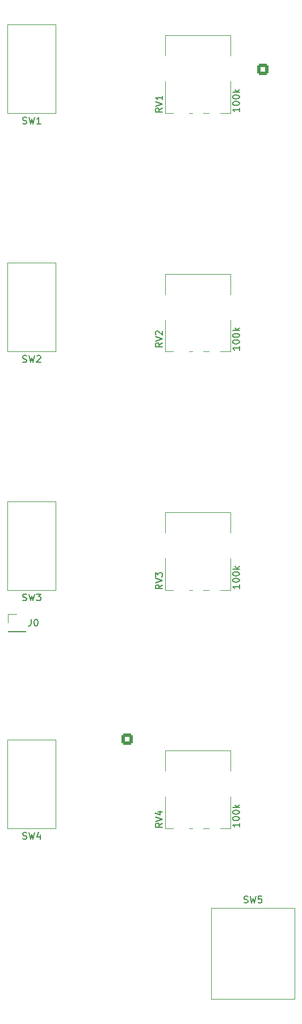
<source format=gto>
%TF.GenerationSoftware,KiCad,Pcbnew,8.0.5*%
%TF.CreationDate,2024-12-03T21:36:34+01:00*%
%TF.ProjectId,DMH_Mixer_PCB,444d485f-4d69-4786-9572-5f5043422e6b,1*%
%TF.SameCoordinates,Original*%
%TF.FileFunction,Legend,Top*%
%TF.FilePolarity,Positive*%
%FSLAX46Y46*%
G04 Gerber Fmt 4.6, Leading zero omitted, Abs format (unit mm)*
G04 Created by KiCad (PCBNEW 8.0.5) date 2024-12-03 21:36:34*
%MOMM*%
%LPD*%
G01*
G04 APERTURE LIST*
G04 Aperture macros list*
%AMRoundRect*
0 Rectangle with rounded corners*
0 $1 Rounding radius*
0 $2 $3 $4 $5 $6 $7 $8 $9 X,Y pos of 4 corners*
0 Add a 4 corners polygon primitive as box body*
4,1,4,$2,$3,$4,$5,$6,$7,$8,$9,$2,$3,0*
0 Add four circle primitives for the rounded corners*
1,1,$1+$1,$2,$3*
1,1,$1+$1,$4,$5*
1,1,$1+$1,$6,$7*
1,1,$1+$1,$8,$9*
0 Add four rect primitives between the rounded corners*
20,1,$1+$1,$2,$3,$4,$5,0*
20,1,$1+$1,$4,$5,$6,$7,0*
20,1,$1+$1,$6,$7,$8,$9,0*
20,1,$1+$1,$8,$9,$2,$3,0*%
G04 Aperture macros list end*
%ADD10C,0.150000*%
%ADD11C,0.120000*%
%ADD12O,2.720000X3.240000*%
%ADD13R,1.800000X1.800000*%
%ADD14C,1.800000*%
%ADD15C,2.500000*%
%ADD16C,2.600000*%
%ADD17R,1.700000X1.700000*%
%ADD18R,1.600000X1.600000*%
%ADD19O,1.600000X1.600000*%
%ADD20RoundRect,0.250000X0.600000X0.600000X-0.600000X0.600000X-0.600000X-0.600000X0.600000X-0.600000X0*%
%ADD21C,1.700000*%
%ADD22R,2.200000X2.200000*%
%ADD23O,2.200000X2.200000*%
%ADD24C,1.600000*%
%ADD25RoundRect,0.250000X-0.600000X-0.600000X0.600000X-0.600000X0.600000X0.600000X-0.600000X0.600000X0*%
%ADD26O,1.700000X1.700000*%
G04 APERTURE END LIST*
D10*
X77954819Y-170845238D02*
X77478628Y-171178571D01*
X77954819Y-171416666D02*
X76954819Y-171416666D01*
X76954819Y-171416666D02*
X76954819Y-171035714D01*
X76954819Y-171035714D02*
X77002438Y-170940476D01*
X77002438Y-170940476D02*
X77050057Y-170892857D01*
X77050057Y-170892857D02*
X77145295Y-170845238D01*
X77145295Y-170845238D02*
X77288152Y-170845238D01*
X77288152Y-170845238D02*
X77383390Y-170892857D01*
X77383390Y-170892857D02*
X77431009Y-170940476D01*
X77431009Y-170940476D02*
X77478628Y-171035714D01*
X77478628Y-171035714D02*
X77478628Y-171416666D01*
X76954819Y-170559523D02*
X77954819Y-170226190D01*
X77954819Y-170226190D02*
X76954819Y-169892857D01*
X77288152Y-169130952D02*
X77954819Y-169130952D01*
X76907200Y-169369047D02*
X77621485Y-169607142D01*
X77621485Y-169607142D02*
X77621485Y-168988095D01*
X89454819Y-170821428D02*
X89454819Y-171392856D01*
X89454819Y-171107142D02*
X88454819Y-171107142D01*
X88454819Y-171107142D02*
X88597676Y-171202380D01*
X88597676Y-171202380D02*
X88692914Y-171297618D01*
X88692914Y-171297618D02*
X88740533Y-171392856D01*
X88454819Y-170202380D02*
X88454819Y-170107142D01*
X88454819Y-170107142D02*
X88502438Y-170011904D01*
X88502438Y-170011904D02*
X88550057Y-169964285D01*
X88550057Y-169964285D02*
X88645295Y-169916666D01*
X88645295Y-169916666D02*
X88835771Y-169869047D01*
X88835771Y-169869047D02*
X89073866Y-169869047D01*
X89073866Y-169869047D02*
X89264342Y-169916666D01*
X89264342Y-169916666D02*
X89359580Y-169964285D01*
X89359580Y-169964285D02*
X89407200Y-170011904D01*
X89407200Y-170011904D02*
X89454819Y-170107142D01*
X89454819Y-170107142D02*
X89454819Y-170202380D01*
X89454819Y-170202380D02*
X89407200Y-170297618D01*
X89407200Y-170297618D02*
X89359580Y-170345237D01*
X89359580Y-170345237D02*
X89264342Y-170392856D01*
X89264342Y-170392856D02*
X89073866Y-170440475D01*
X89073866Y-170440475D02*
X88835771Y-170440475D01*
X88835771Y-170440475D02*
X88645295Y-170392856D01*
X88645295Y-170392856D02*
X88550057Y-170345237D01*
X88550057Y-170345237D02*
X88502438Y-170297618D01*
X88502438Y-170297618D02*
X88454819Y-170202380D01*
X88454819Y-169249999D02*
X88454819Y-169154761D01*
X88454819Y-169154761D02*
X88502438Y-169059523D01*
X88502438Y-169059523D02*
X88550057Y-169011904D01*
X88550057Y-169011904D02*
X88645295Y-168964285D01*
X88645295Y-168964285D02*
X88835771Y-168916666D01*
X88835771Y-168916666D02*
X89073866Y-168916666D01*
X89073866Y-168916666D02*
X89264342Y-168964285D01*
X89264342Y-168964285D02*
X89359580Y-169011904D01*
X89359580Y-169011904D02*
X89407200Y-169059523D01*
X89407200Y-169059523D02*
X89454819Y-169154761D01*
X89454819Y-169154761D02*
X89454819Y-169249999D01*
X89454819Y-169249999D02*
X89407200Y-169345237D01*
X89407200Y-169345237D02*
X89359580Y-169392856D01*
X89359580Y-169392856D02*
X89264342Y-169440475D01*
X89264342Y-169440475D02*
X89073866Y-169488094D01*
X89073866Y-169488094D02*
X88835771Y-169488094D01*
X88835771Y-169488094D02*
X88645295Y-169440475D01*
X88645295Y-169440475D02*
X88550057Y-169392856D01*
X88550057Y-169392856D02*
X88502438Y-169345237D01*
X88502438Y-169345237D02*
X88454819Y-169249999D01*
X89454819Y-168488094D02*
X88454819Y-168488094D01*
X89073866Y-168392856D02*
X89454819Y-168107142D01*
X88788152Y-168107142D02*
X89169104Y-168488094D01*
X57166667Y-102157200D02*
X57309524Y-102204819D01*
X57309524Y-102204819D02*
X57547619Y-102204819D01*
X57547619Y-102204819D02*
X57642857Y-102157200D01*
X57642857Y-102157200D02*
X57690476Y-102109580D01*
X57690476Y-102109580D02*
X57738095Y-102014342D01*
X57738095Y-102014342D02*
X57738095Y-101919104D01*
X57738095Y-101919104D02*
X57690476Y-101823866D01*
X57690476Y-101823866D02*
X57642857Y-101776247D01*
X57642857Y-101776247D02*
X57547619Y-101728628D01*
X57547619Y-101728628D02*
X57357143Y-101681009D01*
X57357143Y-101681009D02*
X57261905Y-101633390D01*
X57261905Y-101633390D02*
X57214286Y-101585771D01*
X57214286Y-101585771D02*
X57166667Y-101490533D01*
X57166667Y-101490533D02*
X57166667Y-101395295D01*
X57166667Y-101395295D02*
X57214286Y-101300057D01*
X57214286Y-101300057D02*
X57261905Y-101252438D01*
X57261905Y-101252438D02*
X57357143Y-101204819D01*
X57357143Y-101204819D02*
X57595238Y-101204819D01*
X57595238Y-101204819D02*
X57738095Y-101252438D01*
X58071429Y-101204819D02*
X58309524Y-102204819D01*
X58309524Y-102204819D02*
X58500000Y-101490533D01*
X58500000Y-101490533D02*
X58690476Y-102204819D01*
X58690476Y-102204819D02*
X58928572Y-101204819D01*
X59261905Y-101300057D02*
X59309524Y-101252438D01*
X59309524Y-101252438D02*
X59404762Y-101204819D01*
X59404762Y-101204819D02*
X59642857Y-101204819D01*
X59642857Y-101204819D02*
X59738095Y-101252438D01*
X59738095Y-101252438D02*
X59785714Y-101300057D01*
X59785714Y-101300057D02*
X59833333Y-101395295D01*
X59833333Y-101395295D02*
X59833333Y-101490533D01*
X59833333Y-101490533D02*
X59785714Y-101633390D01*
X59785714Y-101633390D02*
X59214286Y-102204819D01*
X59214286Y-102204819D02*
X59833333Y-102204819D01*
X57166667Y-137657200D02*
X57309524Y-137704819D01*
X57309524Y-137704819D02*
X57547619Y-137704819D01*
X57547619Y-137704819D02*
X57642857Y-137657200D01*
X57642857Y-137657200D02*
X57690476Y-137609580D01*
X57690476Y-137609580D02*
X57738095Y-137514342D01*
X57738095Y-137514342D02*
X57738095Y-137419104D01*
X57738095Y-137419104D02*
X57690476Y-137323866D01*
X57690476Y-137323866D02*
X57642857Y-137276247D01*
X57642857Y-137276247D02*
X57547619Y-137228628D01*
X57547619Y-137228628D02*
X57357143Y-137181009D01*
X57357143Y-137181009D02*
X57261905Y-137133390D01*
X57261905Y-137133390D02*
X57214286Y-137085771D01*
X57214286Y-137085771D02*
X57166667Y-136990533D01*
X57166667Y-136990533D02*
X57166667Y-136895295D01*
X57166667Y-136895295D02*
X57214286Y-136800057D01*
X57214286Y-136800057D02*
X57261905Y-136752438D01*
X57261905Y-136752438D02*
X57357143Y-136704819D01*
X57357143Y-136704819D02*
X57595238Y-136704819D01*
X57595238Y-136704819D02*
X57738095Y-136752438D01*
X58071429Y-136704819D02*
X58309524Y-137704819D01*
X58309524Y-137704819D02*
X58500000Y-136990533D01*
X58500000Y-136990533D02*
X58690476Y-137704819D01*
X58690476Y-137704819D02*
X58928572Y-136704819D01*
X59214286Y-136704819D02*
X59833333Y-136704819D01*
X59833333Y-136704819D02*
X59500000Y-137085771D01*
X59500000Y-137085771D02*
X59642857Y-137085771D01*
X59642857Y-137085771D02*
X59738095Y-137133390D01*
X59738095Y-137133390D02*
X59785714Y-137181009D01*
X59785714Y-137181009D02*
X59833333Y-137276247D01*
X59833333Y-137276247D02*
X59833333Y-137514342D01*
X59833333Y-137514342D02*
X59785714Y-137609580D01*
X59785714Y-137609580D02*
X59738095Y-137657200D01*
X59738095Y-137657200D02*
X59642857Y-137704819D01*
X59642857Y-137704819D02*
X59357143Y-137704819D01*
X59357143Y-137704819D02*
X59261905Y-137657200D01*
X59261905Y-137657200D02*
X59214286Y-137609580D01*
X57166667Y-66657200D02*
X57309524Y-66704819D01*
X57309524Y-66704819D02*
X57547619Y-66704819D01*
X57547619Y-66704819D02*
X57642857Y-66657200D01*
X57642857Y-66657200D02*
X57690476Y-66609580D01*
X57690476Y-66609580D02*
X57738095Y-66514342D01*
X57738095Y-66514342D02*
X57738095Y-66419104D01*
X57738095Y-66419104D02*
X57690476Y-66323866D01*
X57690476Y-66323866D02*
X57642857Y-66276247D01*
X57642857Y-66276247D02*
X57547619Y-66228628D01*
X57547619Y-66228628D02*
X57357143Y-66181009D01*
X57357143Y-66181009D02*
X57261905Y-66133390D01*
X57261905Y-66133390D02*
X57214286Y-66085771D01*
X57214286Y-66085771D02*
X57166667Y-65990533D01*
X57166667Y-65990533D02*
X57166667Y-65895295D01*
X57166667Y-65895295D02*
X57214286Y-65800057D01*
X57214286Y-65800057D02*
X57261905Y-65752438D01*
X57261905Y-65752438D02*
X57357143Y-65704819D01*
X57357143Y-65704819D02*
X57595238Y-65704819D01*
X57595238Y-65704819D02*
X57738095Y-65752438D01*
X58071429Y-65704819D02*
X58309524Y-66704819D01*
X58309524Y-66704819D02*
X58500000Y-65990533D01*
X58500000Y-65990533D02*
X58690476Y-66704819D01*
X58690476Y-66704819D02*
X58928572Y-65704819D01*
X59833333Y-66704819D02*
X59261905Y-66704819D01*
X59547619Y-66704819D02*
X59547619Y-65704819D01*
X59547619Y-65704819D02*
X59452381Y-65847676D01*
X59452381Y-65847676D02*
X59357143Y-65942914D01*
X59357143Y-65942914D02*
X59261905Y-65990533D01*
X57166667Y-173157200D02*
X57309524Y-173204819D01*
X57309524Y-173204819D02*
X57547619Y-173204819D01*
X57547619Y-173204819D02*
X57642857Y-173157200D01*
X57642857Y-173157200D02*
X57690476Y-173109580D01*
X57690476Y-173109580D02*
X57738095Y-173014342D01*
X57738095Y-173014342D02*
X57738095Y-172919104D01*
X57738095Y-172919104D02*
X57690476Y-172823866D01*
X57690476Y-172823866D02*
X57642857Y-172776247D01*
X57642857Y-172776247D02*
X57547619Y-172728628D01*
X57547619Y-172728628D02*
X57357143Y-172681009D01*
X57357143Y-172681009D02*
X57261905Y-172633390D01*
X57261905Y-172633390D02*
X57214286Y-172585771D01*
X57214286Y-172585771D02*
X57166667Y-172490533D01*
X57166667Y-172490533D02*
X57166667Y-172395295D01*
X57166667Y-172395295D02*
X57214286Y-172300057D01*
X57214286Y-172300057D02*
X57261905Y-172252438D01*
X57261905Y-172252438D02*
X57357143Y-172204819D01*
X57357143Y-172204819D02*
X57595238Y-172204819D01*
X57595238Y-172204819D02*
X57738095Y-172252438D01*
X58071429Y-172204819D02*
X58309524Y-173204819D01*
X58309524Y-173204819D02*
X58500000Y-172490533D01*
X58500000Y-172490533D02*
X58690476Y-173204819D01*
X58690476Y-173204819D02*
X58928572Y-172204819D01*
X59738095Y-172538152D02*
X59738095Y-173204819D01*
X59500000Y-172157200D02*
X59261905Y-172871485D01*
X59261905Y-172871485D02*
X59880952Y-172871485D01*
X90166667Y-182657200D02*
X90309524Y-182704819D01*
X90309524Y-182704819D02*
X90547619Y-182704819D01*
X90547619Y-182704819D02*
X90642857Y-182657200D01*
X90642857Y-182657200D02*
X90690476Y-182609580D01*
X90690476Y-182609580D02*
X90738095Y-182514342D01*
X90738095Y-182514342D02*
X90738095Y-182419104D01*
X90738095Y-182419104D02*
X90690476Y-182323866D01*
X90690476Y-182323866D02*
X90642857Y-182276247D01*
X90642857Y-182276247D02*
X90547619Y-182228628D01*
X90547619Y-182228628D02*
X90357143Y-182181009D01*
X90357143Y-182181009D02*
X90261905Y-182133390D01*
X90261905Y-182133390D02*
X90214286Y-182085771D01*
X90214286Y-182085771D02*
X90166667Y-181990533D01*
X90166667Y-181990533D02*
X90166667Y-181895295D01*
X90166667Y-181895295D02*
X90214286Y-181800057D01*
X90214286Y-181800057D02*
X90261905Y-181752438D01*
X90261905Y-181752438D02*
X90357143Y-181704819D01*
X90357143Y-181704819D02*
X90595238Y-181704819D01*
X90595238Y-181704819D02*
X90738095Y-181752438D01*
X91071429Y-181704819D02*
X91309524Y-182704819D01*
X91309524Y-182704819D02*
X91500000Y-181990533D01*
X91500000Y-181990533D02*
X91690476Y-182704819D01*
X91690476Y-182704819D02*
X91928572Y-181704819D01*
X92785714Y-181704819D02*
X92309524Y-181704819D01*
X92309524Y-181704819D02*
X92261905Y-182181009D01*
X92261905Y-182181009D02*
X92309524Y-182133390D01*
X92309524Y-182133390D02*
X92404762Y-182085771D01*
X92404762Y-182085771D02*
X92642857Y-182085771D01*
X92642857Y-182085771D02*
X92738095Y-182133390D01*
X92738095Y-182133390D02*
X92785714Y-182181009D01*
X92785714Y-182181009D02*
X92833333Y-182276247D01*
X92833333Y-182276247D02*
X92833333Y-182514342D01*
X92833333Y-182514342D02*
X92785714Y-182609580D01*
X92785714Y-182609580D02*
X92738095Y-182657200D01*
X92738095Y-182657200D02*
X92642857Y-182704819D01*
X92642857Y-182704819D02*
X92404762Y-182704819D01*
X92404762Y-182704819D02*
X92309524Y-182657200D01*
X92309524Y-182657200D02*
X92261905Y-182609580D01*
X77954819Y-99345238D02*
X77478628Y-99678571D01*
X77954819Y-99916666D02*
X76954819Y-99916666D01*
X76954819Y-99916666D02*
X76954819Y-99535714D01*
X76954819Y-99535714D02*
X77002438Y-99440476D01*
X77002438Y-99440476D02*
X77050057Y-99392857D01*
X77050057Y-99392857D02*
X77145295Y-99345238D01*
X77145295Y-99345238D02*
X77288152Y-99345238D01*
X77288152Y-99345238D02*
X77383390Y-99392857D01*
X77383390Y-99392857D02*
X77431009Y-99440476D01*
X77431009Y-99440476D02*
X77478628Y-99535714D01*
X77478628Y-99535714D02*
X77478628Y-99916666D01*
X76954819Y-99059523D02*
X77954819Y-98726190D01*
X77954819Y-98726190D02*
X76954819Y-98392857D01*
X77050057Y-98107142D02*
X77002438Y-98059523D01*
X77002438Y-98059523D02*
X76954819Y-97964285D01*
X76954819Y-97964285D02*
X76954819Y-97726190D01*
X76954819Y-97726190D02*
X77002438Y-97630952D01*
X77002438Y-97630952D02*
X77050057Y-97583333D01*
X77050057Y-97583333D02*
X77145295Y-97535714D01*
X77145295Y-97535714D02*
X77240533Y-97535714D01*
X77240533Y-97535714D02*
X77383390Y-97583333D01*
X77383390Y-97583333D02*
X77954819Y-98154761D01*
X77954819Y-98154761D02*
X77954819Y-97535714D01*
X89454819Y-99821428D02*
X89454819Y-100392856D01*
X89454819Y-100107142D02*
X88454819Y-100107142D01*
X88454819Y-100107142D02*
X88597676Y-100202380D01*
X88597676Y-100202380D02*
X88692914Y-100297618D01*
X88692914Y-100297618D02*
X88740533Y-100392856D01*
X88454819Y-99202380D02*
X88454819Y-99107142D01*
X88454819Y-99107142D02*
X88502438Y-99011904D01*
X88502438Y-99011904D02*
X88550057Y-98964285D01*
X88550057Y-98964285D02*
X88645295Y-98916666D01*
X88645295Y-98916666D02*
X88835771Y-98869047D01*
X88835771Y-98869047D02*
X89073866Y-98869047D01*
X89073866Y-98869047D02*
X89264342Y-98916666D01*
X89264342Y-98916666D02*
X89359580Y-98964285D01*
X89359580Y-98964285D02*
X89407200Y-99011904D01*
X89407200Y-99011904D02*
X89454819Y-99107142D01*
X89454819Y-99107142D02*
X89454819Y-99202380D01*
X89454819Y-99202380D02*
X89407200Y-99297618D01*
X89407200Y-99297618D02*
X89359580Y-99345237D01*
X89359580Y-99345237D02*
X89264342Y-99392856D01*
X89264342Y-99392856D02*
X89073866Y-99440475D01*
X89073866Y-99440475D02*
X88835771Y-99440475D01*
X88835771Y-99440475D02*
X88645295Y-99392856D01*
X88645295Y-99392856D02*
X88550057Y-99345237D01*
X88550057Y-99345237D02*
X88502438Y-99297618D01*
X88502438Y-99297618D02*
X88454819Y-99202380D01*
X88454819Y-98249999D02*
X88454819Y-98154761D01*
X88454819Y-98154761D02*
X88502438Y-98059523D01*
X88502438Y-98059523D02*
X88550057Y-98011904D01*
X88550057Y-98011904D02*
X88645295Y-97964285D01*
X88645295Y-97964285D02*
X88835771Y-97916666D01*
X88835771Y-97916666D02*
X89073866Y-97916666D01*
X89073866Y-97916666D02*
X89264342Y-97964285D01*
X89264342Y-97964285D02*
X89359580Y-98011904D01*
X89359580Y-98011904D02*
X89407200Y-98059523D01*
X89407200Y-98059523D02*
X89454819Y-98154761D01*
X89454819Y-98154761D02*
X89454819Y-98249999D01*
X89454819Y-98249999D02*
X89407200Y-98345237D01*
X89407200Y-98345237D02*
X89359580Y-98392856D01*
X89359580Y-98392856D02*
X89264342Y-98440475D01*
X89264342Y-98440475D02*
X89073866Y-98488094D01*
X89073866Y-98488094D02*
X88835771Y-98488094D01*
X88835771Y-98488094D02*
X88645295Y-98440475D01*
X88645295Y-98440475D02*
X88550057Y-98392856D01*
X88550057Y-98392856D02*
X88502438Y-98345237D01*
X88502438Y-98345237D02*
X88454819Y-98249999D01*
X89454819Y-97488094D02*
X88454819Y-97488094D01*
X89073866Y-97392856D02*
X89454819Y-97107142D01*
X88788152Y-97107142D02*
X89169104Y-97488094D01*
X58416666Y-140454819D02*
X58416666Y-141169104D01*
X58416666Y-141169104D02*
X58369047Y-141311961D01*
X58369047Y-141311961D02*
X58273809Y-141407200D01*
X58273809Y-141407200D02*
X58130952Y-141454819D01*
X58130952Y-141454819D02*
X58035714Y-141454819D01*
X59083333Y-140454819D02*
X59178571Y-140454819D01*
X59178571Y-140454819D02*
X59273809Y-140502438D01*
X59273809Y-140502438D02*
X59321428Y-140550057D01*
X59321428Y-140550057D02*
X59369047Y-140645295D01*
X59369047Y-140645295D02*
X59416666Y-140835771D01*
X59416666Y-140835771D02*
X59416666Y-141073866D01*
X59416666Y-141073866D02*
X59369047Y-141264342D01*
X59369047Y-141264342D02*
X59321428Y-141359580D01*
X59321428Y-141359580D02*
X59273809Y-141407200D01*
X59273809Y-141407200D02*
X59178571Y-141454819D01*
X59178571Y-141454819D02*
X59083333Y-141454819D01*
X59083333Y-141454819D02*
X58988095Y-141407200D01*
X58988095Y-141407200D02*
X58940476Y-141359580D01*
X58940476Y-141359580D02*
X58892857Y-141264342D01*
X58892857Y-141264342D02*
X58845238Y-141073866D01*
X58845238Y-141073866D02*
X58845238Y-140835771D01*
X58845238Y-140835771D02*
X58892857Y-140645295D01*
X58892857Y-140645295D02*
X58940476Y-140550057D01*
X58940476Y-140550057D02*
X58988095Y-140502438D01*
X58988095Y-140502438D02*
X59083333Y-140454819D01*
X77954819Y-135345238D02*
X77478628Y-135678571D01*
X77954819Y-135916666D02*
X76954819Y-135916666D01*
X76954819Y-135916666D02*
X76954819Y-135535714D01*
X76954819Y-135535714D02*
X77002438Y-135440476D01*
X77002438Y-135440476D02*
X77050057Y-135392857D01*
X77050057Y-135392857D02*
X77145295Y-135345238D01*
X77145295Y-135345238D02*
X77288152Y-135345238D01*
X77288152Y-135345238D02*
X77383390Y-135392857D01*
X77383390Y-135392857D02*
X77431009Y-135440476D01*
X77431009Y-135440476D02*
X77478628Y-135535714D01*
X77478628Y-135535714D02*
X77478628Y-135916666D01*
X76954819Y-135059523D02*
X77954819Y-134726190D01*
X77954819Y-134726190D02*
X76954819Y-134392857D01*
X76954819Y-134154761D02*
X76954819Y-133535714D01*
X76954819Y-133535714D02*
X77335771Y-133869047D01*
X77335771Y-133869047D02*
X77335771Y-133726190D01*
X77335771Y-133726190D02*
X77383390Y-133630952D01*
X77383390Y-133630952D02*
X77431009Y-133583333D01*
X77431009Y-133583333D02*
X77526247Y-133535714D01*
X77526247Y-133535714D02*
X77764342Y-133535714D01*
X77764342Y-133535714D02*
X77859580Y-133583333D01*
X77859580Y-133583333D02*
X77907200Y-133630952D01*
X77907200Y-133630952D02*
X77954819Y-133726190D01*
X77954819Y-133726190D02*
X77954819Y-134011904D01*
X77954819Y-134011904D02*
X77907200Y-134107142D01*
X77907200Y-134107142D02*
X77859580Y-134154761D01*
X89454819Y-135321428D02*
X89454819Y-135892856D01*
X89454819Y-135607142D02*
X88454819Y-135607142D01*
X88454819Y-135607142D02*
X88597676Y-135702380D01*
X88597676Y-135702380D02*
X88692914Y-135797618D01*
X88692914Y-135797618D02*
X88740533Y-135892856D01*
X88454819Y-134702380D02*
X88454819Y-134607142D01*
X88454819Y-134607142D02*
X88502438Y-134511904D01*
X88502438Y-134511904D02*
X88550057Y-134464285D01*
X88550057Y-134464285D02*
X88645295Y-134416666D01*
X88645295Y-134416666D02*
X88835771Y-134369047D01*
X88835771Y-134369047D02*
X89073866Y-134369047D01*
X89073866Y-134369047D02*
X89264342Y-134416666D01*
X89264342Y-134416666D02*
X89359580Y-134464285D01*
X89359580Y-134464285D02*
X89407200Y-134511904D01*
X89407200Y-134511904D02*
X89454819Y-134607142D01*
X89454819Y-134607142D02*
X89454819Y-134702380D01*
X89454819Y-134702380D02*
X89407200Y-134797618D01*
X89407200Y-134797618D02*
X89359580Y-134845237D01*
X89359580Y-134845237D02*
X89264342Y-134892856D01*
X89264342Y-134892856D02*
X89073866Y-134940475D01*
X89073866Y-134940475D02*
X88835771Y-134940475D01*
X88835771Y-134940475D02*
X88645295Y-134892856D01*
X88645295Y-134892856D02*
X88550057Y-134845237D01*
X88550057Y-134845237D02*
X88502438Y-134797618D01*
X88502438Y-134797618D02*
X88454819Y-134702380D01*
X88454819Y-133749999D02*
X88454819Y-133654761D01*
X88454819Y-133654761D02*
X88502438Y-133559523D01*
X88502438Y-133559523D02*
X88550057Y-133511904D01*
X88550057Y-133511904D02*
X88645295Y-133464285D01*
X88645295Y-133464285D02*
X88835771Y-133416666D01*
X88835771Y-133416666D02*
X89073866Y-133416666D01*
X89073866Y-133416666D02*
X89264342Y-133464285D01*
X89264342Y-133464285D02*
X89359580Y-133511904D01*
X89359580Y-133511904D02*
X89407200Y-133559523D01*
X89407200Y-133559523D02*
X89454819Y-133654761D01*
X89454819Y-133654761D02*
X89454819Y-133749999D01*
X89454819Y-133749999D02*
X89407200Y-133845237D01*
X89407200Y-133845237D02*
X89359580Y-133892856D01*
X89359580Y-133892856D02*
X89264342Y-133940475D01*
X89264342Y-133940475D02*
X89073866Y-133988094D01*
X89073866Y-133988094D02*
X88835771Y-133988094D01*
X88835771Y-133988094D02*
X88645295Y-133940475D01*
X88645295Y-133940475D02*
X88550057Y-133892856D01*
X88550057Y-133892856D02*
X88502438Y-133845237D01*
X88502438Y-133845237D02*
X88454819Y-133749999D01*
X89454819Y-132988094D02*
X88454819Y-132988094D01*
X89073866Y-132892856D02*
X89454819Y-132607142D01*
X88788152Y-132607142D02*
X89169104Y-132988094D01*
X77954819Y-64345238D02*
X77478628Y-64678571D01*
X77954819Y-64916666D02*
X76954819Y-64916666D01*
X76954819Y-64916666D02*
X76954819Y-64535714D01*
X76954819Y-64535714D02*
X77002438Y-64440476D01*
X77002438Y-64440476D02*
X77050057Y-64392857D01*
X77050057Y-64392857D02*
X77145295Y-64345238D01*
X77145295Y-64345238D02*
X77288152Y-64345238D01*
X77288152Y-64345238D02*
X77383390Y-64392857D01*
X77383390Y-64392857D02*
X77431009Y-64440476D01*
X77431009Y-64440476D02*
X77478628Y-64535714D01*
X77478628Y-64535714D02*
X77478628Y-64916666D01*
X76954819Y-64059523D02*
X77954819Y-63726190D01*
X77954819Y-63726190D02*
X76954819Y-63392857D01*
X77954819Y-62535714D02*
X77954819Y-63107142D01*
X77954819Y-62821428D02*
X76954819Y-62821428D01*
X76954819Y-62821428D02*
X77097676Y-62916666D01*
X77097676Y-62916666D02*
X77192914Y-63011904D01*
X77192914Y-63011904D02*
X77240533Y-63107142D01*
X89454819Y-64321428D02*
X89454819Y-64892856D01*
X89454819Y-64607142D02*
X88454819Y-64607142D01*
X88454819Y-64607142D02*
X88597676Y-64702380D01*
X88597676Y-64702380D02*
X88692914Y-64797618D01*
X88692914Y-64797618D02*
X88740533Y-64892856D01*
X88454819Y-63702380D02*
X88454819Y-63607142D01*
X88454819Y-63607142D02*
X88502438Y-63511904D01*
X88502438Y-63511904D02*
X88550057Y-63464285D01*
X88550057Y-63464285D02*
X88645295Y-63416666D01*
X88645295Y-63416666D02*
X88835771Y-63369047D01*
X88835771Y-63369047D02*
X89073866Y-63369047D01*
X89073866Y-63369047D02*
X89264342Y-63416666D01*
X89264342Y-63416666D02*
X89359580Y-63464285D01*
X89359580Y-63464285D02*
X89407200Y-63511904D01*
X89407200Y-63511904D02*
X89454819Y-63607142D01*
X89454819Y-63607142D02*
X89454819Y-63702380D01*
X89454819Y-63702380D02*
X89407200Y-63797618D01*
X89407200Y-63797618D02*
X89359580Y-63845237D01*
X89359580Y-63845237D02*
X89264342Y-63892856D01*
X89264342Y-63892856D02*
X89073866Y-63940475D01*
X89073866Y-63940475D02*
X88835771Y-63940475D01*
X88835771Y-63940475D02*
X88645295Y-63892856D01*
X88645295Y-63892856D02*
X88550057Y-63845237D01*
X88550057Y-63845237D02*
X88502438Y-63797618D01*
X88502438Y-63797618D02*
X88454819Y-63702380D01*
X88454819Y-62749999D02*
X88454819Y-62654761D01*
X88454819Y-62654761D02*
X88502438Y-62559523D01*
X88502438Y-62559523D02*
X88550057Y-62511904D01*
X88550057Y-62511904D02*
X88645295Y-62464285D01*
X88645295Y-62464285D02*
X88835771Y-62416666D01*
X88835771Y-62416666D02*
X89073866Y-62416666D01*
X89073866Y-62416666D02*
X89264342Y-62464285D01*
X89264342Y-62464285D02*
X89359580Y-62511904D01*
X89359580Y-62511904D02*
X89407200Y-62559523D01*
X89407200Y-62559523D02*
X89454819Y-62654761D01*
X89454819Y-62654761D02*
X89454819Y-62749999D01*
X89454819Y-62749999D02*
X89407200Y-62845237D01*
X89407200Y-62845237D02*
X89359580Y-62892856D01*
X89359580Y-62892856D02*
X89264342Y-62940475D01*
X89264342Y-62940475D02*
X89073866Y-62988094D01*
X89073866Y-62988094D02*
X88835771Y-62988094D01*
X88835771Y-62988094D02*
X88645295Y-62940475D01*
X88645295Y-62940475D02*
X88550057Y-62892856D01*
X88550057Y-62892856D02*
X88502438Y-62845237D01*
X88502438Y-62845237D02*
X88454819Y-62749999D01*
X89454819Y-61988094D02*
X88454819Y-61988094D01*
X89073866Y-61892856D02*
X89454819Y-61607142D01*
X88788152Y-61607142D02*
X89169104Y-61988094D01*
D11*
%TO.C,RV4*%
X78370000Y-171620000D02*
X78370000Y-166900000D01*
X78380000Y-163090000D02*
X78380000Y-160030000D01*
X79560000Y-171620000D02*
X78380000Y-171620000D01*
X82460000Y-171620000D02*
X81930000Y-171620000D01*
X84910000Y-171620000D02*
X84080000Y-171620000D01*
X88120000Y-160030000D02*
X78380000Y-160030000D01*
X88120000Y-163090000D02*
X88120000Y-160030000D01*
X88120000Y-171620000D02*
X86630000Y-171620000D01*
X88120000Y-171620000D02*
X88120000Y-166900000D01*
%TO.C,SW2*%
X54900000Y-87400000D02*
X62100000Y-87400000D01*
X62100000Y-100600000D01*
X54900000Y-100600000D01*
X54900000Y-87400000D01*
%TO.C,SW3*%
X54900000Y-122900000D02*
X62100000Y-122900000D01*
X62100000Y-136100000D01*
X54900000Y-136100000D01*
X54900000Y-122900000D01*
%TO.C,SW1*%
X54900000Y-51900000D02*
X62100000Y-51900000D01*
X62100000Y-65100000D01*
X54900000Y-65100000D01*
X54900000Y-51900000D01*
%TO.C,SW4*%
X54900000Y-158400000D02*
X62100000Y-158400000D01*
X62100000Y-171600000D01*
X54900000Y-171600000D01*
X54900000Y-158400000D01*
%TO.C,SW5*%
X85300000Y-183450000D02*
X97700000Y-183450000D01*
X97700000Y-197050000D01*
X85300000Y-197050000D01*
X85300000Y-183450000D01*
%TO.C,RV2*%
X78370000Y-100620000D02*
X78370000Y-95900000D01*
X78380000Y-92090000D02*
X78380000Y-89030000D01*
X79560000Y-100620000D02*
X78380000Y-100620000D01*
X82460000Y-100620000D02*
X81930000Y-100620000D01*
X84910000Y-100620000D02*
X84080000Y-100620000D01*
X88120000Y-89030000D02*
X78380000Y-89030000D01*
X88120000Y-92090000D02*
X88120000Y-89030000D01*
X88120000Y-100620000D02*
X86630000Y-100620000D01*
X88120000Y-100620000D02*
X88120000Y-95900000D01*
%TO.C,J0*%
X54920000Y-139670000D02*
X56250000Y-139670000D01*
X54920000Y-141000000D02*
X54920000Y-139670000D01*
X54920000Y-142270000D02*
X54920000Y-142330000D01*
X54920000Y-142270000D02*
X57580000Y-142270000D01*
X54920000Y-142330000D02*
X57580000Y-142330000D01*
X57580000Y-142270000D02*
X57580000Y-142330000D01*
%TO.C,RV3*%
X78370000Y-136120000D02*
X78370000Y-131400000D01*
X78380000Y-127590000D02*
X78380000Y-124530000D01*
X79560000Y-136120000D02*
X78380000Y-136120000D01*
X82460000Y-136120000D02*
X81930000Y-136120000D01*
X84910000Y-136120000D02*
X84080000Y-136120000D01*
X88120000Y-124530000D02*
X78380000Y-124530000D01*
X88120000Y-127590000D02*
X88120000Y-124530000D01*
X88120000Y-136120000D02*
X86630000Y-136120000D01*
X88120000Y-136120000D02*
X88120000Y-131400000D01*
%TO.C,RV1*%
X78370000Y-65120000D02*
X78370000Y-60400000D01*
X78380000Y-56590000D02*
X78380000Y-53530000D01*
X79560000Y-65120000D02*
X78380000Y-65120000D01*
X82460000Y-65120000D02*
X81930000Y-65120000D01*
X84910000Y-65120000D02*
X84080000Y-65120000D01*
X88120000Y-53530000D02*
X78380000Y-53530000D01*
X88120000Y-56590000D02*
X88120000Y-53530000D01*
X88120000Y-65120000D02*
X86630000Y-65120000D01*
X88120000Y-65120000D02*
X88120000Y-60400000D01*
%TD*%
%LPC*%
D12*
%TO.C,RV4*%
X78450000Y-165000000D03*
X88050000Y-165000000D03*
D13*
X80750000Y-172500000D03*
D14*
X83250000Y-172500000D03*
X85750000Y-172500000D03*
%TD*%
D15*
%TO.C,SW2*%
X58500000Y-98700000D03*
X58500000Y-94000000D03*
X58500000Y-89300000D03*
%TD*%
%TO.C,SW3*%
X58500000Y-134200000D03*
X58500000Y-129500000D03*
X58500000Y-124800000D03*
%TD*%
%TO.C,SW1*%
X58500000Y-63200000D03*
X58500000Y-58500000D03*
X58500000Y-53800000D03*
%TD*%
%TO.C,SW4*%
X58500000Y-169700000D03*
X58500000Y-165000000D03*
X58500000Y-160300000D03*
%TD*%
D16*
%TO.C,SW5*%
X89125000Y-194950000D03*
X89125000Y-190250000D03*
X89125000Y-185550000D03*
X93875000Y-194950000D03*
X93875000Y-190250000D03*
X93875000Y-185550000D03*
%TD*%
D12*
%TO.C,RV2*%
X78450000Y-94000000D03*
X88050000Y-94000000D03*
D13*
X80750000Y-101500000D03*
D14*
X83250000Y-101500000D03*
X85750000Y-101500000D03*
%TD*%
D17*
%TO.C,J0*%
X56250000Y-141000000D03*
%TD*%
D12*
%TO.C,RV3*%
X78450000Y-129500000D03*
X88050000Y-129500000D03*
D13*
X80750000Y-137000000D03*
D14*
X83250000Y-137000000D03*
X85750000Y-137000000D03*
%TD*%
D12*
%TO.C,RV1*%
X78450000Y-58500000D03*
X88050000Y-58500000D03*
D13*
X80750000Y-66000000D03*
D14*
X83250000Y-66000000D03*
X85750000Y-66000000D03*
%TD*%
D18*
%TO.C,D4*%
X74750000Y-138060000D03*
D19*
X74750000Y-130440000D03*
%TD*%
D20*
%TO.C,J200*%
X72752500Y-158340000D03*
D21*
X72752500Y-160880000D03*
X72752500Y-163420000D03*
X72752500Y-165960000D03*
X72752500Y-168500000D03*
X70212500Y-158340000D03*
X70212500Y-160880000D03*
X70212500Y-163420000D03*
X70212500Y-165960000D03*
X70212500Y-168500000D03*
%TD*%
D22*
%TO.C,D1*%
X77340000Y-46000000D03*
D23*
X87500000Y-46000000D03*
%TD*%
D24*
%TO.C,R7*%
X64250000Y-161190000D03*
D19*
X64250000Y-168810000D03*
%TD*%
D24*
%TO.C,C12*%
X71000000Y-120500000D03*
X68500000Y-120500000D03*
%TD*%
D25*
%TO.C,J100*%
X92960000Y-58580000D03*
D21*
X95500000Y-58580000D03*
X92960000Y-56040000D03*
X95500000Y-56040000D03*
X92960000Y-53500000D03*
X95500000Y-53500000D03*
X92960000Y-50960000D03*
X95500000Y-50960000D03*
X92960000Y-48420000D03*
X95500000Y-48420000D03*
%TD*%
D22*
%TO.C,D2*%
X95500000Y-65670000D03*
D23*
X95500000Y-75830000D03*
%TD*%
D17*
%TO.C,J50*%
X77875000Y-177500000D03*
D26*
X80415000Y-177500000D03*
X82955000Y-177500000D03*
X85495000Y-177500000D03*
X88035000Y-177500000D03*
X90575000Y-177500000D03*
X93115000Y-177500000D03*
X95655000Y-177500000D03*
%TD*%
D24*
%TO.C,R8*%
X52750000Y-161190000D03*
D19*
X52750000Y-168810000D03*
%TD*%
D24*
%TO.C,R9*%
X75000000Y-101500000D03*
D19*
X67380000Y-101500000D03*
%TD*%
D24*
%TO.C,R12*%
X75000000Y-124000000D03*
D19*
X67380000Y-124000000D03*
%TD*%
D24*
%TO.C,R13*%
X84500000Y-116560000D03*
D19*
X84500000Y-108940000D03*
%TD*%
D24*
%TO.C,R4*%
X52750000Y-90190000D03*
D19*
X52750000Y-97810000D03*
%TD*%
D24*
%TO.C,R1*%
X64250000Y-54690000D03*
D19*
X64250000Y-62310000D03*
%TD*%
D24*
%TO.C,C10*%
X61000000Y-156750000D03*
X56000000Y-156750000D03*
%TD*%
%TO.C,C8*%
X61000000Y-85750000D03*
X56000000Y-85750000D03*
%TD*%
%TO.C,R5*%
X64250000Y-125690000D03*
D19*
X64250000Y-133310000D03*
%TD*%
D24*
%TO.C,R2*%
X52750000Y-54690000D03*
D19*
X52750000Y-62310000D03*
%TD*%
D18*
%TO.C,D3*%
X69750000Y-138060000D03*
D19*
X69750000Y-130440000D03*
%TD*%
D18*
%TO.C,C1*%
X73000000Y-47250000D03*
D24*
X71000000Y-47250000D03*
%TD*%
%TO.C,R10*%
X58500000Y-108940000D03*
D19*
X58500000Y-116560000D03*
%TD*%
D24*
%TO.C,R3*%
X64250000Y-90190000D03*
D19*
X64250000Y-97810000D03*
%TD*%
D24*
%TO.C,C3*%
X77000000Y-50750000D03*
X82000000Y-50750000D03*
%TD*%
%TO.C,R11*%
X81000000Y-116560000D03*
D19*
X81000000Y-108940000D03*
%TD*%
D24*
%TO.C,C6*%
X76750000Y-115250000D03*
X76750000Y-110250000D03*
%TD*%
%TO.C,C4*%
X90750000Y-71000000D03*
X90750000Y-76000000D03*
%TD*%
%TO.C,C11*%
X68500000Y-105000000D03*
X66000000Y-105000000D03*
%TD*%
%TO.C,R6*%
X52750000Y-125690000D03*
D19*
X52750000Y-133310000D03*
%TD*%
D18*
%TO.C,U1*%
X65950000Y-108950000D03*
D19*
X68490000Y-108950000D03*
X71030000Y-108950000D03*
X73570000Y-108950000D03*
X73570000Y-116570000D03*
X71030000Y-116570000D03*
X68490000Y-116570000D03*
X65950000Y-116570000D03*
%TD*%
D17*
%TO.C,J60*%
X54380000Y-177500000D03*
D26*
X56920000Y-177500000D03*
X59460000Y-177500000D03*
X62000000Y-177500000D03*
X64540000Y-177500000D03*
X67080000Y-177500000D03*
X69620000Y-177500000D03*
X72160000Y-177500000D03*
%TD*%
D24*
%TO.C,C5*%
X62750000Y-115250000D03*
X62750000Y-110250000D03*
%TD*%
%TO.C,C9*%
X61000000Y-121250000D03*
X56000000Y-121250000D03*
%TD*%
%TO.C,C7*%
X61000000Y-50250000D03*
X56000000Y-50250000D03*
%TD*%
D18*
%TO.C,C2*%
X94000000Y-82250000D03*
D24*
X96000000Y-82250000D03*
%TD*%
%LPD*%
M02*

</source>
